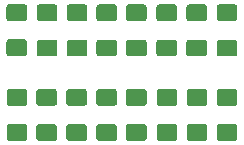
<source format=gbr>
G04 #@! TF.GenerationSoftware,KiCad,Pcbnew,(5.1.2-1)-1*
G04 #@! TF.CreationDate,2022-07-30T23:34:54+02:00*
G04 #@! TF.ProjectId,ElectronBreadBoard,456c6563-7472-46f6-9e42-72656164426f,rev?*
G04 #@! TF.SameCoordinates,Original*
G04 #@! TF.FileFunction,Paste,Bot*
G04 #@! TF.FilePolarity,Positive*
%FSLAX46Y46*%
G04 Gerber Fmt 4.6, Leading zero omitted, Abs format (unit mm)*
G04 Created by KiCad (PCBNEW (5.1.2-1)-1) date 2022-07-30 23:34:54*
%MOMM*%
%LPD*%
G04 APERTURE LIST*
%ADD10C,0.100000*%
%ADD11C,1.425000*%
G04 APERTURE END LIST*
D10*
G36*
X85069504Y-150201204D02*
G01*
X85093773Y-150204804D01*
X85117571Y-150210765D01*
X85140671Y-150219030D01*
X85162849Y-150229520D01*
X85183893Y-150242133D01*
X85203598Y-150256747D01*
X85221777Y-150273223D01*
X85238253Y-150291402D01*
X85252867Y-150311107D01*
X85265480Y-150332151D01*
X85275970Y-150354329D01*
X85284235Y-150377429D01*
X85290196Y-150401227D01*
X85293796Y-150425496D01*
X85295000Y-150450000D01*
X85295000Y-151375000D01*
X85293796Y-151399504D01*
X85290196Y-151423773D01*
X85284235Y-151447571D01*
X85275970Y-151470671D01*
X85265480Y-151492849D01*
X85252867Y-151513893D01*
X85238253Y-151533598D01*
X85221777Y-151551777D01*
X85203598Y-151568253D01*
X85183893Y-151582867D01*
X85162849Y-151595480D01*
X85140671Y-151605970D01*
X85117571Y-151614235D01*
X85093773Y-151620196D01*
X85069504Y-151623796D01*
X85045000Y-151625000D01*
X83795000Y-151625000D01*
X83770496Y-151623796D01*
X83746227Y-151620196D01*
X83722429Y-151614235D01*
X83699329Y-151605970D01*
X83677151Y-151595480D01*
X83656107Y-151582867D01*
X83636402Y-151568253D01*
X83618223Y-151551777D01*
X83601747Y-151533598D01*
X83587133Y-151513893D01*
X83574520Y-151492849D01*
X83564030Y-151470671D01*
X83555765Y-151447571D01*
X83549804Y-151423773D01*
X83546204Y-151399504D01*
X83545000Y-151375000D01*
X83545000Y-150450000D01*
X83546204Y-150425496D01*
X83549804Y-150401227D01*
X83555765Y-150377429D01*
X83564030Y-150354329D01*
X83574520Y-150332151D01*
X83587133Y-150311107D01*
X83601747Y-150291402D01*
X83618223Y-150273223D01*
X83636402Y-150256747D01*
X83656107Y-150242133D01*
X83677151Y-150229520D01*
X83699329Y-150219030D01*
X83722429Y-150210765D01*
X83746227Y-150204804D01*
X83770496Y-150201204D01*
X83795000Y-150200000D01*
X85045000Y-150200000D01*
X85069504Y-150201204D01*
X85069504Y-150201204D01*
G37*
D11*
X84420000Y-150912500D03*
D10*
G36*
X85069504Y-153176204D02*
G01*
X85093773Y-153179804D01*
X85117571Y-153185765D01*
X85140671Y-153194030D01*
X85162849Y-153204520D01*
X85183893Y-153217133D01*
X85203598Y-153231747D01*
X85221777Y-153248223D01*
X85238253Y-153266402D01*
X85252867Y-153286107D01*
X85265480Y-153307151D01*
X85275970Y-153329329D01*
X85284235Y-153352429D01*
X85290196Y-153376227D01*
X85293796Y-153400496D01*
X85295000Y-153425000D01*
X85295000Y-154350000D01*
X85293796Y-154374504D01*
X85290196Y-154398773D01*
X85284235Y-154422571D01*
X85275970Y-154445671D01*
X85265480Y-154467849D01*
X85252867Y-154488893D01*
X85238253Y-154508598D01*
X85221777Y-154526777D01*
X85203598Y-154543253D01*
X85183893Y-154557867D01*
X85162849Y-154570480D01*
X85140671Y-154580970D01*
X85117571Y-154589235D01*
X85093773Y-154595196D01*
X85069504Y-154598796D01*
X85045000Y-154600000D01*
X83795000Y-154600000D01*
X83770496Y-154598796D01*
X83746227Y-154595196D01*
X83722429Y-154589235D01*
X83699329Y-154580970D01*
X83677151Y-154570480D01*
X83656107Y-154557867D01*
X83636402Y-154543253D01*
X83618223Y-154526777D01*
X83601747Y-154508598D01*
X83587133Y-154488893D01*
X83574520Y-154467849D01*
X83564030Y-154445671D01*
X83555765Y-154422571D01*
X83549804Y-154398773D01*
X83546204Y-154374504D01*
X83545000Y-154350000D01*
X83545000Y-153425000D01*
X83546204Y-153400496D01*
X83549804Y-153376227D01*
X83555765Y-153352429D01*
X83564030Y-153329329D01*
X83574520Y-153307151D01*
X83587133Y-153286107D01*
X83601747Y-153266402D01*
X83618223Y-153248223D01*
X83636402Y-153231747D01*
X83656107Y-153217133D01*
X83677151Y-153204520D01*
X83699329Y-153194030D01*
X83722429Y-153185765D01*
X83746227Y-153179804D01*
X83770496Y-153176204D01*
X83795000Y-153175000D01*
X85045000Y-153175000D01*
X85069504Y-153176204D01*
X85069504Y-153176204D01*
G37*
D11*
X84420000Y-153887500D03*
D10*
G36*
X82529504Y-150201204D02*
G01*
X82553773Y-150204804D01*
X82577571Y-150210765D01*
X82600671Y-150219030D01*
X82622849Y-150229520D01*
X82643893Y-150242133D01*
X82663598Y-150256747D01*
X82681777Y-150273223D01*
X82698253Y-150291402D01*
X82712867Y-150311107D01*
X82725480Y-150332151D01*
X82735970Y-150354329D01*
X82744235Y-150377429D01*
X82750196Y-150401227D01*
X82753796Y-150425496D01*
X82755000Y-150450000D01*
X82755000Y-151375000D01*
X82753796Y-151399504D01*
X82750196Y-151423773D01*
X82744235Y-151447571D01*
X82735970Y-151470671D01*
X82725480Y-151492849D01*
X82712867Y-151513893D01*
X82698253Y-151533598D01*
X82681777Y-151551777D01*
X82663598Y-151568253D01*
X82643893Y-151582867D01*
X82622849Y-151595480D01*
X82600671Y-151605970D01*
X82577571Y-151614235D01*
X82553773Y-151620196D01*
X82529504Y-151623796D01*
X82505000Y-151625000D01*
X81255000Y-151625000D01*
X81230496Y-151623796D01*
X81206227Y-151620196D01*
X81182429Y-151614235D01*
X81159329Y-151605970D01*
X81137151Y-151595480D01*
X81116107Y-151582867D01*
X81096402Y-151568253D01*
X81078223Y-151551777D01*
X81061747Y-151533598D01*
X81047133Y-151513893D01*
X81034520Y-151492849D01*
X81024030Y-151470671D01*
X81015765Y-151447571D01*
X81009804Y-151423773D01*
X81006204Y-151399504D01*
X81005000Y-151375000D01*
X81005000Y-150450000D01*
X81006204Y-150425496D01*
X81009804Y-150401227D01*
X81015765Y-150377429D01*
X81024030Y-150354329D01*
X81034520Y-150332151D01*
X81047133Y-150311107D01*
X81061747Y-150291402D01*
X81078223Y-150273223D01*
X81096402Y-150256747D01*
X81116107Y-150242133D01*
X81137151Y-150229520D01*
X81159329Y-150219030D01*
X81182429Y-150210765D01*
X81206227Y-150204804D01*
X81230496Y-150201204D01*
X81255000Y-150200000D01*
X82505000Y-150200000D01*
X82529504Y-150201204D01*
X82529504Y-150201204D01*
G37*
D11*
X81880000Y-150912500D03*
D10*
G36*
X82529504Y-153176204D02*
G01*
X82553773Y-153179804D01*
X82577571Y-153185765D01*
X82600671Y-153194030D01*
X82622849Y-153204520D01*
X82643893Y-153217133D01*
X82663598Y-153231747D01*
X82681777Y-153248223D01*
X82698253Y-153266402D01*
X82712867Y-153286107D01*
X82725480Y-153307151D01*
X82735970Y-153329329D01*
X82744235Y-153352429D01*
X82750196Y-153376227D01*
X82753796Y-153400496D01*
X82755000Y-153425000D01*
X82755000Y-154350000D01*
X82753796Y-154374504D01*
X82750196Y-154398773D01*
X82744235Y-154422571D01*
X82735970Y-154445671D01*
X82725480Y-154467849D01*
X82712867Y-154488893D01*
X82698253Y-154508598D01*
X82681777Y-154526777D01*
X82663598Y-154543253D01*
X82643893Y-154557867D01*
X82622849Y-154570480D01*
X82600671Y-154580970D01*
X82577571Y-154589235D01*
X82553773Y-154595196D01*
X82529504Y-154598796D01*
X82505000Y-154600000D01*
X81255000Y-154600000D01*
X81230496Y-154598796D01*
X81206227Y-154595196D01*
X81182429Y-154589235D01*
X81159329Y-154580970D01*
X81137151Y-154570480D01*
X81116107Y-154557867D01*
X81096402Y-154543253D01*
X81078223Y-154526777D01*
X81061747Y-154508598D01*
X81047133Y-154488893D01*
X81034520Y-154467849D01*
X81024030Y-154445671D01*
X81015765Y-154422571D01*
X81009804Y-154398773D01*
X81006204Y-154374504D01*
X81005000Y-154350000D01*
X81005000Y-153425000D01*
X81006204Y-153400496D01*
X81009804Y-153376227D01*
X81015765Y-153352429D01*
X81024030Y-153329329D01*
X81034520Y-153307151D01*
X81047133Y-153286107D01*
X81061747Y-153266402D01*
X81078223Y-153248223D01*
X81096402Y-153231747D01*
X81116107Y-153217133D01*
X81137151Y-153204520D01*
X81159329Y-153194030D01*
X81182429Y-153185765D01*
X81206227Y-153179804D01*
X81230496Y-153176204D01*
X81255000Y-153175000D01*
X82505000Y-153175000D01*
X82529504Y-153176204D01*
X82529504Y-153176204D01*
G37*
D11*
X81880000Y-153887500D03*
D10*
G36*
X79989504Y-150201204D02*
G01*
X80013773Y-150204804D01*
X80037571Y-150210765D01*
X80060671Y-150219030D01*
X80082849Y-150229520D01*
X80103893Y-150242133D01*
X80123598Y-150256747D01*
X80141777Y-150273223D01*
X80158253Y-150291402D01*
X80172867Y-150311107D01*
X80185480Y-150332151D01*
X80195970Y-150354329D01*
X80204235Y-150377429D01*
X80210196Y-150401227D01*
X80213796Y-150425496D01*
X80215000Y-150450000D01*
X80215000Y-151375000D01*
X80213796Y-151399504D01*
X80210196Y-151423773D01*
X80204235Y-151447571D01*
X80195970Y-151470671D01*
X80185480Y-151492849D01*
X80172867Y-151513893D01*
X80158253Y-151533598D01*
X80141777Y-151551777D01*
X80123598Y-151568253D01*
X80103893Y-151582867D01*
X80082849Y-151595480D01*
X80060671Y-151605970D01*
X80037571Y-151614235D01*
X80013773Y-151620196D01*
X79989504Y-151623796D01*
X79965000Y-151625000D01*
X78715000Y-151625000D01*
X78690496Y-151623796D01*
X78666227Y-151620196D01*
X78642429Y-151614235D01*
X78619329Y-151605970D01*
X78597151Y-151595480D01*
X78576107Y-151582867D01*
X78556402Y-151568253D01*
X78538223Y-151551777D01*
X78521747Y-151533598D01*
X78507133Y-151513893D01*
X78494520Y-151492849D01*
X78484030Y-151470671D01*
X78475765Y-151447571D01*
X78469804Y-151423773D01*
X78466204Y-151399504D01*
X78465000Y-151375000D01*
X78465000Y-150450000D01*
X78466204Y-150425496D01*
X78469804Y-150401227D01*
X78475765Y-150377429D01*
X78484030Y-150354329D01*
X78494520Y-150332151D01*
X78507133Y-150311107D01*
X78521747Y-150291402D01*
X78538223Y-150273223D01*
X78556402Y-150256747D01*
X78576107Y-150242133D01*
X78597151Y-150229520D01*
X78619329Y-150219030D01*
X78642429Y-150210765D01*
X78666227Y-150204804D01*
X78690496Y-150201204D01*
X78715000Y-150200000D01*
X79965000Y-150200000D01*
X79989504Y-150201204D01*
X79989504Y-150201204D01*
G37*
D11*
X79340000Y-150912500D03*
D10*
G36*
X79989504Y-153176204D02*
G01*
X80013773Y-153179804D01*
X80037571Y-153185765D01*
X80060671Y-153194030D01*
X80082849Y-153204520D01*
X80103893Y-153217133D01*
X80123598Y-153231747D01*
X80141777Y-153248223D01*
X80158253Y-153266402D01*
X80172867Y-153286107D01*
X80185480Y-153307151D01*
X80195970Y-153329329D01*
X80204235Y-153352429D01*
X80210196Y-153376227D01*
X80213796Y-153400496D01*
X80215000Y-153425000D01*
X80215000Y-154350000D01*
X80213796Y-154374504D01*
X80210196Y-154398773D01*
X80204235Y-154422571D01*
X80195970Y-154445671D01*
X80185480Y-154467849D01*
X80172867Y-154488893D01*
X80158253Y-154508598D01*
X80141777Y-154526777D01*
X80123598Y-154543253D01*
X80103893Y-154557867D01*
X80082849Y-154570480D01*
X80060671Y-154580970D01*
X80037571Y-154589235D01*
X80013773Y-154595196D01*
X79989504Y-154598796D01*
X79965000Y-154600000D01*
X78715000Y-154600000D01*
X78690496Y-154598796D01*
X78666227Y-154595196D01*
X78642429Y-154589235D01*
X78619329Y-154580970D01*
X78597151Y-154570480D01*
X78576107Y-154557867D01*
X78556402Y-154543253D01*
X78538223Y-154526777D01*
X78521747Y-154508598D01*
X78507133Y-154488893D01*
X78494520Y-154467849D01*
X78484030Y-154445671D01*
X78475765Y-154422571D01*
X78469804Y-154398773D01*
X78466204Y-154374504D01*
X78465000Y-154350000D01*
X78465000Y-153425000D01*
X78466204Y-153400496D01*
X78469804Y-153376227D01*
X78475765Y-153352429D01*
X78484030Y-153329329D01*
X78494520Y-153307151D01*
X78507133Y-153286107D01*
X78521747Y-153266402D01*
X78538223Y-153248223D01*
X78556402Y-153231747D01*
X78576107Y-153217133D01*
X78597151Y-153204520D01*
X78619329Y-153194030D01*
X78642429Y-153185765D01*
X78666227Y-153179804D01*
X78690496Y-153176204D01*
X78715000Y-153175000D01*
X79965000Y-153175000D01*
X79989504Y-153176204D01*
X79989504Y-153176204D01*
G37*
D11*
X79340000Y-153887500D03*
D10*
G36*
X77389504Y-150201204D02*
G01*
X77413773Y-150204804D01*
X77437571Y-150210765D01*
X77460671Y-150219030D01*
X77482849Y-150229520D01*
X77503893Y-150242133D01*
X77523598Y-150256747D01*
X77541777Y-150273223D01*
X77558253Y-150291402D01*
X77572867Y-150311107D01*
X77585480Y-150332151D01*
X77595970Y-150354329D01*
X77604235Y-150377429D01*
X77610196Y-150401227D01*
X77613796Y-150425496D01*
X77615000Y-150450000D01*
X77615000Y-151375000D01*
X77613796Y-151399504D01*
X77610196Y-151423773D01*
X77604235Y-151447571D01*
X77595970Y-151470671D01*
X77585480Y-151492849D01*
X77572867Y-151513893D01*
X77558253Y-151533598D01*
X77541777Y-151551777D01*
X77523598Y-151568253D01*
X77503893Y-151582867D01*
X77482849Y-151595480D01*
X77460671Y-151605970D01*
X77437571Y-151614235D01*
X77413773Y-151620196D01*
X77389504Y-151623796D01*
X77365000Y-151625000D01*
X76115000Y-151625000D01*
X76090496Y-151623796D01*
X76066227Y-151620196D01*
X76042429Y-151614235D01*
X76019329Y-151605970D01*
X75997151Y-151595480D01*
X75976107Y-151582867D01*
X75956402Y-151568253D01*
X75938223Y-151551777D01*
X75921747Y-151533598D01*
X75907133Y-151513893D01*
X75894520Y-151492849D01*
X75884030Y-151470671D01*
X75875765Y-151447571D01*
X75869804Y-151423773D01*
X75866204Y-151399504D01*
X75865000Y-151375000D01*
X75865000Y-150450000D01*
X75866204Y-150425496D01*
X75869804Y-150401227D01*
X75875765Y-150377429D01*
X75884030Y-150354329D01*
X75894520Y-150332151D01*
X75907133Y-150311107D01*
X75921747Y-150291402D01*
X75938223Y-150273223D01*
X75956402Y-150256747D01*
X75976107Y-150242133D01*
X75997151Y-150229520D01*
X76019329Y-150219030D01*
X76042429Y-150210765D01*
X76066227Y-150204804D01*
X76090496Y-150201204D01*
X76115000Y-150200000D01*
X77365000Y-150200000D01*
X77389504Y-150201204D01*
X77389504Y-150201204D01*
G37*
D11*
X76740000Y-150912500D03*
D10*
G36*
X77389504Y-153176204D02*
G01*
X77413773Y-153179804D01*
X77437571Y-153185765D01*
X77460671Y-153194030D01*
X77482849Y-153204520D01*
X77503893Y-153217133D01*
X77523598Y-153231747D01*
X77541777Y-153248223D01*
X77558253Y-153266402D01*
X77572867Y-153286107D01*
X77585480Y-153307151D01*
X77595970Y-153329329D01*
X77604235Y-153352429D01*
X77610196Y-153376227D01*
X77613796Y-153400496D01*
X77615000Y-153425000D01*
X77615000Y-154350000D01*
X77613796Y-154374504D01*
X77610196Y-154398773D01*
X77604235Y-154422571D01*
X77595970Y-154445671D01*
X77585480Y-154467849D01*
X77572867Y-154488893D01*
X77558253Y-154508598D01*
X77541777Y-154526777D01*
X77523598Y-154543253D01*
X77503893Y-154557867D01*
X77482849Y-154570480D01*
X77460671Y-154580970D01*
X77437571Y-154589235D01*
X77413773Y-154595196D01*
X77389504Y-154598796D01*
X77365000Y-154600000D01*
X76115000Y-154600000D01*
X76090496Y-154598796D01*
X76066227Y-154595196D01*
X76042429Y-154589235D01*
X76019329Y-154580970D01*
X75997151Y-154570480D01*
X75976107Y-154557867D01*
X75956402Y-154543253D01*
X75938223Y-154526777D01*
X75921747Y-154508598D01*
X75907133Y-154488893D01*
X75894520Y-154467849D01*
X75884030Y-154445671D01*
X75875765Y-154422571D01*
X75869804Y-154398773D01*
X75866204Y-154374504D01*
X75865000Y-154350000D01*
X75865000Y-153425000D01*
X75866204Y-153400496D01*
X75869804Y-153376227D01*
X75875765Y-153352429D01*
X75884030Y-153329329D01*
X75894520Y-153307151D01*
X75907133Y-153286107D01*
X75921747Y-153266402D01*
X75938223Y-153248223D01*
X75956402Y-153231747D01*
X75976107Y-153217133D01*
X75997151Y-153204520D01*
X76019329Y-153194030D01*
X76042429Y-153185765D01*
X76066227Y-153179804D01*
X76090496Y-153176204D01*
X76115000Y-153175000D01*
X77365000Y-153175000D01*
X77389504Y-153176204D01*
X77389504Y-153176204D01*
G37*
D11*
X76740000Y-153887500D03*
D10*
G36*
X74879504Y-150201204D02*
G01*
X74903773Y-150204804D01*
X74927571Y-150210765D01*
X74950671Y-150219030D01*
X74972849Y-150229520D01*
X74993893Y-150242133D01*
X75013598Y-150256747D01*
X75031777Y-150273223D01*
X75048253Y-150291402D01*
X75062867Y-150311107D01*
X75075480Y-150332151D01*
X75085970Y-150354329D01*
X75094235Y-150377429D01*
X75100196Y-150401227D01*
X75103796Y-150425496D01*
X75105000Y-150450000D01*
X75105000Y-151375000D01*
X75103796Y-151399504D01*
X75100196Y-151423773D01*
X75094235Y-151447571D01*
X75085970Y-151470671D01*
X75075480Y-151492849D01*
X75062867Y-151513893D01*
X75048253Y-151533598D01*
X75031777Y-151551777D01*
X75013598Y-151568253D01*
X74993893Y-151582867D01*
X74972849Y-151595480D01*
X74950671Y-151605970D01*
X74927571Y-151614235D01*
X74903773Y-151620196D01*
X74879504Y-151623796D01*
X74855000Y-151625000D01*
X73605000Y-151625000D01*
X73580496Y-151623796D01*
X73556227Y-151620196D01*
X73532429Y-151614235D01*
X73509329Y-151605970D01*
X73487151Y-151595480D01*
X73466107Y-151582867D01*
X73446402Y-151568253D01*
X73428223Y-151551777D01*
X73411747Y-151533598D01*
X73397133Y-151513893D01*
X73384520Y-151492849D01*
X73374030Y-151470671D01*
X73365765Y-151447571D01*
X73359804Y-151423773D01*
X73356204Y-151399504D01*
X73355000Y-151375000D01*
X73355000Y-150450000D01*
X73356204Y-150425496D01*
X73359804Y-150401227D01*
X73365765Y-150377429D01*
X73374030Y-150354329D01*
X73384520Y-150332151D01*
X73397133Y-150311107D01*
X73411747Y-150291402D01*
X73428223Y-150273223D01*
X73446402Y-150256747D01*
X73466107Y-150242133D01*
X73487151Y-150229520D01*
X73509329Y-150219030D01*
X73532429Y-150210765D01*
X73556227Y-150204804D01*
X73580496Y-150201204D01*
X73605000Y-150200000D01*
X74855000Y-150200000D01*
X74879504Y-150201204D01*
X74879504Y-150201204D01*
G37*
D11*
X74230000Y-150912500D03*
D10*
G36*
X74879504Y-153176204D02*
G01*
X74903773Y-153179804D01*
X74927571Y-153185765D01*
X74950671Y-153194030D01*
X74972849Y-153204520D01*
X74993893Y-153217133D01*
X75013598Y-153231747D01*
X75031777Y-153248223D01*
X75048253Y-153266402D01*
X75062867Y-153286107D01*
X75075480Y-153307151D01*
X75085970Y-153329329D01*
X75094235Y-153352429D01*
X75100196Y-153376227D01*
X75103796Y-153400496D01*
X75105000Y-153425000D01*
X75105000Y-154350000D01*
X75103796Y-154374504D01*
X75100196Y-154398773D01*
X75094235Y-154422571D01*
X75085970Y-154445671D01*
X75075480Y-154467849D01*
X75062867Y-154488893D01*
X75048253Y-154508598D01*
X75031777Y-154526777D01*
X75013598Y-154543253D01*
X74993893Y-154557867D01*
X74972849Y-154570480D01*
X74950671Y-154580970D01*
X74927571Y-154589235D01*
X74903773Y-154595196D01*
X74879504Y-154598796D01*
X74855000Y-154600000D01*
X73605000Y-154600000D01*
X73580496Y-154598796D01*
X73556227Y-154595196D01*
X73532429Y-154589235D01*
X73509329Y-154580970D01*
X73487151Y-154570480D01*
X73466107Y-154557867D01*
X73446402Y-154543253D01*
X73428223Y-154526777D01*
X73411747Y-154508598D01*
X73397133Y-154488893D01*
X73384520Y-154467849D01*
X73374030Y-154445671D01*
X73365765Y-154422571D01*
X73359804Y-154398773D01*
X73356204Y-154374504D01*
X73355000Y-154350000D01*
X73355000Y-153425000D01*
X73356204Y-153400496D01*
X73359804Y-153376227D01*
X73365765Y-153352429D01*
X73374030Y-153329329D01*
X73384520Y-153307151D01*
X73397133Y-153286107D01*
X73411747Y-153266402D01*
X73428223Y-153248223D01*
X73446402Y-153231747D01*
X73466107Y-153217133D01*
X73487151Y-153204520D01*
X73509329Y-153194030D01*
X73532429Y-153185765D01*
X73556227Y-153179804D01*
X73580496Y-153176204D01*
X73605000Y-153175000D01*
X74855000Y-153175000D01*
X74879504Y-153176204D01*
X74879504Y-153176204D01*
G37*
D11*
X74230000Y-153887500D03*
D10*
G36*
X72339504Y-150201204D02*
G01*
X72363773Y-150204804D01*
X72387571Y-150210765D01*
X72410671Y-150219030D01*
X72432849Y-150229520D01*
X72453893Y-150242133D01*
X72473598Y-150256747D01*
X72491777Y-150273223D01*
X72508253Y-150291402D01*
X72522867Y-150311107D01*
X72535480Y-150332151D01*
X72545970Y-150354329D01*
X72554235Y-150377429D01*
X72560196Y-150401227D01*
X72563796Y-150425496D01*
X72565000Y-150450000D01*
X72565000Y-151375000D01*
X72563796Y-151399504D01*
X72560196Y-151423773D01*
X72554235Y-151447571D01*
X72545970Y-151470671D01*
X72535480Y-151492849D01*
X72522867Y-151513893D01*
X72508253Y-151533598D01*
X72491777Y-151551777D01*
X72473598Y-151568253D01*
X72453893Y-151582867D01*
X72432849Y-151595480D01*
X72410671Y-151605970D01*
X72387571Y-151614235D01*
X72363773Y-151620196D01*
X72339504Y-151623796D01*
X72315000Y-151625000D01*
X71065000Y-151625000D01*
X71040496Y-151623796D01*
X71016227Y-151620196D01*
X70992429Y-151614235D01*
X70969329Y-151605970D01*
X70947151Y-151595480D01*
X70926107Y-151582867D01*
X70906402Y-151568253D01*
X70888223Y-151551777D01*
X70871747Y-151533598D01*
X70857133Y-151513893D01*
X70844520Y-151492849D01*
X70834030Y-151470671D01*
X70825765Y-151447571D01*
X70819804Y-151423773D01*
X70816204Y-151399504D01*
X70815000Y-151375000D01*
X70815000Y-150450000D01*
X70816204Y-150425496D01*
X70819804Y-150401227D01*
X70825765Y-150377429D01*
X70834030Y-150354329D01*
X70844520Y-150332151D01*
X70857133Y-150311107D01*
X70871747Y-150291402D01*
X70888223Y-150273223D01*
X70906402Y-150256747D01*
X70926107Y-150242133D01*
X70947151Y-150229520D01*
X70969329Y-150219030D01*
X70992429Y-150210765D01*
X71016227Y-150204804D01*
X71040496Y-150201204D01*
X71065000Y-150200000D01*
X72315000Y-150200000D01*
X72339504Y-150201204D01*
X72339504Y-150201204D01*
G37*
D11*
X71690000Y-150912500D03*
D10*
G36*
X72339504Y-153176204D02*
G01*
X72363773Y-153179804D01*
X72387571Y-153185765D01*
X72410671Y-153194030D01*
X72432849Y-153204520D01*
X72453893Y-153217133D01*
X72473598Y-153231747D01*
X72491777Y-153248223D01*
X72508253Y-153266402D01*
X72522867Y-153286107D01*
X72535480Y-153307151D01*
X72545970Y-153329329D01*
X72554235Y-153352429D01*
X72560196Y-153376227D01*
X72563796Y-153400496D01*
X72565000Y-153425000D01*
X72565000Y-154350000D01*
X72563796Y-154374504D01*
X72560196Y-154398773D01*
X72554235Y-154422571D01*
X72545970Y-154445671D01*
X72535480Y-154467849D01*
X72522867Y-154488893D01*
X72508253Y-154508598D01*
X72491777Y-154526777D01*
X72473598Y-154543253D01*
X72453893Y-154557867D01*
X72432849Y-154570480D01*
X72410671Y-154580970D01*
X72387571Y-154589235D01*
X72363773Y-154595196D01*
X72339504Y-154598796D01*
X72315000Y-154600000D01*
X71065000Y-154600000D01*
X71040496Y-154598796D01*
X71016227Y-154595196D01*
X70992429Y-154589235D01*
X70969329Y-154580970D01*
X70947151Y-154570480D01*
X70926107Y-154557867D01*
X70906402Y-154543253D01*
X70888223Y-154526777D01*
X70871747Y-154508598D01*
X70857133Y-154488893D01*
X70844520Y-154467849D01*
X70834030Y-154445671D01*
X70825765Y-154422571D01*
X70819804Y-154398773D01*
X70816204Y-154374504D01*
X70815000Y-154350000D01*
X70815000Y-153425000D01*
X70816204Y-153400496D01*
X70819804Y-153376227D01*
X70825765Y-153352429D01*
X70834030Y-153329329D01*
X70844520Y-153307151D01*
X70857133Y-153286107D01*
X70871747Y-153266402D01*
X70888223Y-153248223D01*
X70906402Y-153231747D01*
X70926107Y-153217133D01*
X70947151Y-153204520D01*
X70969329Y-153194030D01*
X70992429Y-153185765D01*
X71016227Y-153179804D01*
X71040496Y-153176204D01*
X71065000Y-153175000D01*
X72315000Y-153175000D01*
X72339504Y-153176204D01*
X72339504Y-153176204D01*
G37*
D11*
X71690000Y-153887500D03*
D10*
G36*
X69799504Y-150201204D02*
G01*
X69823773Y-150204804D01*
X69847571Y-150210765D01*
X69870671Y-150219030D01*
X69892849Y-150229520D01*
X69913893Y-150242133D01*
X69933598Y-150256747D01*
X69951777Y-150273223D01*
X69968253Y-150291402D01*
X69982867Y-150311107D01*
X69995480Y-150332151D01*
X70005970Y-150354329D01*
X70014235Y-150377429D01*
X70020196Y-150401227D01*
X70023796Y-150425496D01*
X70025000Y-150450000D01*
X70025000Y-151375000D01*
X70023796Y-151399504D01*
X70020196Y-151423773D01*
X70014235Y-151447571D01*
X70005970Y-151470671D01*
X69995480Y-151492849D01*
X69982867Y-151513893D01*
X69968253Y-151533598D01*
X69951777Y-151551777D01*
X69933598Y-151568253D01*
X69913893Y-151582867D01*
X69892849Y-151595480D01*
X69870671Y-151605970D01*
X69847571Y-151614235D01*
X69823773Y-151620196D01*
X69799504Y-151623796D01*
X69775000Y-151625000D01*
X68525000Y-151625000D01*
X68500496Y-151623796D01*
X68476227Y-151620196D01*
X68452429Y-151614235D01*
X68429329Y-151605970D01*
X68407151Y-151595480D01*
X68386107Y-151582867D01*
X68366402Y-151568253D01*
X68348223Y-151551777D01*
X68331747Y-151533598D01*
X68317133Y-151513893D01*
X68304520Y-151492849D01*
X68294030Y-151470671D01*
X68285765Y-151447571D01*
X68279804Y-151423773D01*
X68276204Y-151399504D01*
X68275000Y-151375000D01*
X68275000Y-150450000D01*
X68276204Y-150425496D01*
X68279804Y-150401227D01*
X68285765Y-150377429D01*
X68294030Y-150354329D01*
X68304520Y-150332151D01*
X68317133Y-150311107D01*
X68331747Y-150291402D01*
X68348223Y-150273223D01*
X68366402Y-150256747D01*
X68386107Y-150242133D01*
X68407151Y-150229520D01*
X68429329Y-150219030D01*
X68452429Y-150210765D01*
X68476227Y-150204804D01*
X68500496Y-150201204D01*
X68525000Y-150200000D01*
X69775000Y-150200000D01*
X69799504Y-150201204D01*
X69799504Y-150201204D01*
G37*
D11*
X69150000Y-150912500D03*
D10*
G36*
X69799504Y-153176204D02*
G01*
X69823773Y-153179804D01*
X69847571Y-153185765D01*
X69870671Y-153194030D01*
X69892849Y-153204520D01*
X69913893Y-153217133D01*
X69933598Y-153231747D01*
X69951777Y-153248223D01*
X69968253Y-153266402D01*
X69982867Y-153286107D01*
X69995480Y-153307151D01*
X70005970Y-153329329D01*
X70014235Y-153352429D01*
X70020196Y-153376227D01*
X70023796Y-153400496D01*
X70025000Y-153425000D01*
X70025000Y-154350000D01*
X70023796Y-154374504D01*
X70020196Y-154398773D01*
X70014235Y-154422571D01*
X70005970Y-154445671D01*
X69995480Y-154467849D01*
X69982867Y-154488893D01*
X69968253Y-154508598D01*
X69951777Y-154526777D01*
X69933598Y-154543253D01*
X69913893Y-154557867D01*
X69892849Y-154570480D01*
X69870671Y-154580970D01*
X69847571Y-154589235D01*
X69823773Y-154595196D01*
X69799504Y-154598796D01*
X69775000Y-154600000D01*
X68525000Y-154600000D01*
X68500496Y-154598796D01*
X68476227Y-154595196D01*
X68452429Y-154589235D01*
X68429329Y-154580970D01*
X68407151Y-154570480D01*
X68386107Y-154557867D01*
X68366402Y-154543253D01*
X68348223Y-154526777D01*
X68331747Y-154508598D01*
X68317133Y-154488893D01*
X68304520Y-154467849D01*
X68294030Y-154445671D01*
X68285765Y-154422571D01*
X68279804Y-154398773D01*
X68276204Y-154374504D01*
X68275000Y-154350000D01*
X68275000Y-153425000D01*
X68276204Y-153400496D01*
X68279804Y-153376227D01*
X68285765Y-153352429D01*
X68294030Y-153329329D01*
X68304520Y-153307151D01*
X68317133Y-153286107D01*
X68331747Y-153266402D01*
X68348223Y-153248223D01*
X68366402Y-153231747D01*
X68386107Y-153217133D01*
X68407151Y-153204520D01*
X68429329Y-153194030D01*
X68452429Y-153185765D01*
X68476227Y-153179804D01*
X68500496Y-153176204D01*
X68525000Y-153175000D01*
X69775000Y-153175000D01*
X69799504Y-153176204D01*
X69799504Y-153176204D01*
G37*
D11*
X69150000Y-153887500D03*
D10*
G36*
X67299504Y-150201204D02*
G01*
X67323773Y-150204804D01*
X67347571Y-150210765D01*
X67370671Y-150219030D01*
X67392849Y-150229520D01*
X67413893Y-150242133D01*
X67433598Y-150256747D01*
X67451777Y-150273223D01*
X67468253Y-150291402D01*
X67482867Y-150311107D01*
X67495480Y-150332151D01*
X67505970Y-150354329D01*
X67514235Y-150377429D01*
X67520196Y-150401227D01*
X67523796Y-150425496D01*
X67525000Y-150450000D01*
X67525000Y-151375000D01*
X67523796Y-151399504D01*
X67520196Y-151423773D01*
X67514235Y-151447571D01*
X67505970Y-151470671D01*
X67495480Y-151492849D01*
X67482867Y-151513893D01*
X67468253Y-151533598D01*
X67451777Y-151551777D01*
X67433598Y-151568253D01*
X67413893Y-151582867D01*
X67392849Y-151595480D01*
X67370671Y-151605970D01*
X67347571Y-151614235D01*
X67323773Y-151620196D01*
X67299504Y-151623796D01*
X67275000Y-151625000D01*
X66025000Y-151625000D01*
X66000496Y-151623796D01*
X65976227Y-151620196D01*
X65952429Y-151614235D01*
X65929329Y-151605970D01*
X65907151Y-151595480D01*
X65886107Y-151582867D01*
X65866402Y-151568253D01*
X65848223Y-151551777D01*
X65831747Y-151533598D01*
X65817133Y-151513893D01*
X65804520Y-151492849D01*
X65794030Y-151470671D01*
X65785765Y-151447571D01*
X65779804Y-151423773D01*
X65776204Y-151399504D01*
X65775000Y-151375000D01*
X65775000Y-150450000D01*
X65776204Y-150425496D01*
X65779804Y-150401227D01*
X65785765Y-150377429D01*
X65794030Y-150354329D01*
X65804520Y-150332151D01*
X65817133Y-150311107D01*
X65831747Y-150291402D01*
X65848223Y-150273223D01*
X65866402Y-150256747D01*
X65886107Y-150242133D01*
X65907151Y-150229520D01*
X65929329Y-150219030D01*
X65952429Y-150210765D01*
X65976227Y-150204804D01*
X66000496Y-150201204D01*
X66025000Y-150200000D01*
X67275000Y-150200000D01*
X67299504Y-150201204D01*
X67299504Y-150201204D01*
G37*
D11*
X66650000Y-150912500D03*
D10*
G36*
X67299504Y-153176204D02*
G01*
X67323773Y-153179804D01*
X67347571Y-153185765D01*
X67370671Y-153194030D01*
X67392849Y-153204520D01*
X67413893Y-153217133D01*
X67433598Y-153231747D01*
X67451777Y-153248223D01*
X67468253Y-153266402D01*
X67482867Y-153286107D01*
X67495480Y-153307151D01*
X67505970Y-153329329D01*
X67514235Y-153352429D01*
X67520196Y-153376227D01*
X67523796Y-153400496D01*
X67525000Y-153425000D01*
X67525000Y-154350000D01*
X67523796Y-154374504D01*
X67520196Y-154398773D01*
X67514235Y-154422571D01*
X67505970Y-154445671D01*
X67495480Y-154467849D01*
X67482867Y-154488893D01*
X67468253Y-154508598D01*
X67451777Y-154526777D01*
X67433598Y-154543253D01*
X67413893Y-154557867D01*
X67392849Y-154570480D01*
X67370671Y-154580970D01*
X67347571Y-154589235D01*
X67323773Y-154595196D01*
X67299504Y-154598796D01*
X67275000Y-154600000D01*
X66025000Y-154600000D01*
X66000496Y-154598796D01*
X65976227Y-154595196D01*
X65952429Y-154589235D01*
X65929329Y-154580970D01*
X65907151Y-154570480D01*
X65886107Y-154557867D01*
X65866402Y-154543253D01*
X65848223Y-154526777D01*
X65831747Y-154508598D01*
X65817133Y-154488893D01*
X65804520Y-154467849D01*
X65794030Y-154445671D01*
X65785765Y-154422571D01*
X65779804Y-154398773D01*
X65776204Y-154374504D01*
X65775000Y-154350000D01*
X65775000Y-153425000D01*
X65776204Y-153400496D01*
X65779804Y-153376227D01*
X65785765Y-153352429D01*
X65794030Y-153329329D01*
X65804520Y-153307151D01*
X65817133Y-153286107D01*
X65831747Y-153266402D01*
X65848223Y-153248223D01*
X65866402Y-153231747D01*
X65886107Y-153217133D01*
X65907151Y-153204520D01*
X65929329Y-153194030D01*
X65952429Y-153185765D01*
X65976227Y-153179804D01*
X66000496Y-153176204D01*
X66025000Y-153175000D01*
X67275000Y-153175000D01*
X67299504Y-153176204D01*
X67299504Y-153176204D01*
G37*
D11*
X66650000Y-153887500D03*
D10*
G36*
X85069504Y-146016204D02*
G01*
X85093773Y-146019804D01*
X85117571Y-146025765D01*
X85140671Y-146034030D01*
X85162849Y-146044520D01*
X85183893Y-146057133D01*
X85203598Y-146071747D01*
X85221777Y-146088223D01*
X85238253Y-146106402D01*
X85252867Y-146126107D01*
X85265480Y-146147151D01*
X85275970Y-146169329D01*
X85284235Y-146192429D01*
X85290196Y-146216227D01*
X85293796Y-146240496D01*
X85295000Y-146265000D01*
X85295000Y-147190000D01*
X85293796Y-147214504D01*
X85290196Y-147238773D01*
X85284235Y-147262571D01*
X85275970Y-147285671D01*
X85265480Y-147307849D01*
X85252867Y-147328893D01*
X85238253Y-147348598D01*
X85221777Y-147366777D01*
X85203598Y-147383253D01*
X85183893Y-147397867D01*
X85162849Y-147410480D01*
X85140671Y-147420970D01*
X85117571Y-147429235D01*
X85093773Y-147435196D01*
X85069504Y-147438796D01*
X85045000Y-147440000D01*
X83795000Y-147440000D01*
X83770496Y-147438796D01*
X83746227Y-147435196D01*
X83722429Y-147429235D01*
X83699329Y-147420970D01*
X83677151Y-147410480D01*
X83656107Y-147397867D01*
X83636402Y-147383253D01*
X83618223Y-147366777D01*
X83601747Y-147348598D01*
X83587133Y-147328893D01*
X83574520Y-147307849D01*
X83564030Y-147285671D01*
X83555765Y-147262571D01*
X83549804Y-147238773D01*
X83546204Y-147214504D01*
X83545000Y-147190000D01*
X83545000Y-146265000D01*
X83546204Y-146240496D01*
X83549804Y-146216227D01*
X83555765Y-146192429D01*
X83564030Y-146169329D01*
X83574520Y-146147151D01*
X83587133Y-146126107D01*
X83601747Y-146106402D01*
X83618223Y-146088223D01*
X83636402Y-146071747D01*
X83656107Y-146057133D01*
X83677151Y-146044520D01*
X83699329Y-146034030D01*
X83722429Y-146025765D01*
X83746227Y-146019804D01*
X83770496Y-146016204D01*
X83795000Y-146015000D01*
X85045000Y-146015000D01*
X85069504Y-146016204D01*
X85069504Y-146016204D01*
G37*
D11*
X84420000Y-146727500D03*
D10*
G36*
X85069504Y-143041204D02*
G01*
X85093773Y-143044804D01*
X85117571Y-143050765D01*
X85140671Y-143059030D01*
X85162849Y-143069520D01*
X85183893Y-143082133D01*
X85203598Y-143096747D01*
X85221777Y-143113223D01*
X85238253Y-143131402D01*
X85252867Y-143151107D01*
X85265480Y-143172151D01*
X85275970Y-143194329D01*
X85284235Y-143217429D01*
X85290196Y-143241227D01*
X85293796Y-143265496D01*
X85295000Y-143290000D01*
X85295000Y-144215000D01*
X85293796Y-144239504D01*
X85290196Y-144263773D01*
X85284235Y-144287571D01*
X85275970Y-144310671D01*
X85265480Y-144332849D01*
X85252867Y-144353893D01*
X85238253Y-144373598D01*
X85221777Y-144391777D01*
X85203598Y-144408253D01*
X85183893Y-144422867D01*
X85162849Y-144435480D01*
X85140671Y-144445970D01*
X85117571Y-144454235D01*
X85093773Y-144460196D01*
X85069504Y-144463796D01*
X85045000Y-144465000D01*
X83795000Y-144465000D01*
X83770496Y-144463796D01*
X83746227Y-144460196D01*
X83722429Y-144454235D01*
X83699329Y-144445970D01*
X83677151Y-144435480D01*
X83656107Y-144422867D01*
X83636402Y-144408253D01*
X83618223Y-144391777D01*
X83601747Y-144373598D01*
X83587133Y-144353893D01*
X83574520Y-144332849D01*
X83564030Y-144310671D01*
X83555765Y-144287571D01*
X83549804Y-144263773D01*
X83546204Y-144239504D01*
X83545000Y-144215000D01*
X83545000Y-143290000D01*
X83546204Y-143265496D01*
X83549804Y-143241227D01*
X83555765Y-143217429D01*
X83564030Y-143194329D01*
X83574520Y-143172151D01*
X83587133Y-143151107D01*
X83601747Y-143131402D01*
X83618223Y-143113223D01*
X83636402Y-143096747D01*
X83656107Y-143082133D01*
X83677151Y-143069520D01*
X83699329Y-143059030D01*
X83722429Y-143050765D01*
X83746227Y-143044804D01*
X83770496Y-143041204D01*
X83795000Y-143040000D01*
X85045000Y-143040000D01*
X85069504Y-143041204D01*
X85069504Y-143041204D01*
G37*
D11*
X84420000Y-143752500D03*
D10*
G36*
X82499504Y-146016204D02*
G01*
X82523773Y-146019804D01*
X82547571Y-146025765D01*
X82570671Y-146034030D01*
X82592849Y-146044520D01*
X82613893Y-146057133D01*
X82633598Y-146071747D01*
X82651777Y-146088223D01*
X82668253Y-146106402D01*
X82682867Y-146126107D01*
X82695480Y-146147151D01*
X82705970Y-146169329D01*
X82714235Y-146192429D01*
X82720196Y-146216227D01*
X82723796Y-146240496D01*
X82725000Y-146265000D01*
X82725000Y-147190000D01*
X82723796Y-147214504D01*
X82720196Y-147238773D01*
X82714235Y-147262571D01*
X82705970Y-147285671D01*
X82695480Y-147307849D01*
X82682867Y-147328893D01*
X82668253Y-147348598D01*
X82651777Y-147366777D01*
X82633598Y-147383253D01*
X82613893Y-147397867D01*
X82592849Y-147410480D01*
X82570671Y-147420970D01*
X82547571Y-147429235D01*
X82523773Y-147435196D01*
X82499504Y-147438796D01*
X82475000Y-147440000D01*
X81225000Y-147440000D01*
X81200496Y-147438796D01*
X81176227Y-147435196D01*
X81152429Y-147429235D01*
X81129329Y-147420970D01*
X81107151Y-147410480D01*
X81086107Y-147397867D01*
X81066402Y-147383253D01*
X81048223Y-147366777D01*
X81031747Y-147348598D01*
X81017133Y-147328893D01*
X81004520Y-147307849D01*
X80994030Y-147285671D01*
X80985765Y-147262571D01*
X80979804Y-147238773D01*
X80976204Y-147214504D01*
X80975000Y-147190000D01*
X80975000Y-146265000D01*
X80976204Y-146240496D01*
X80979804Y-146216227D01*
X80985765Y-146192429D01*
X80994030Y-146169329D01*
X81004520Y-146147151D01*
X81017133Y-146126107D01*
X81031747Y-146106402D01*
X81048223Y-146088223D01*
X81066402Y-146071747D01*
X81086107Y-146057133D01*
X81107151Y-146044520D01*
X81129329Y-146034030D01*
X81152429Y-146025765D01*
X81176227Y-146019804D01*
X81200496Y-146016204D01*
X81225000Y-146015000D01*
X82475000Y-146015000D01*
X82499504Y-146016204D01*
X82499504Y-146016204D01*
G37*
D11*
X81850000Y-146727500D03*
D10*
G36*
X82499504Y-143041204D02*
G01*
X82523773Y-143044804D01*
X82547571Y-143050765D01*
X82570671Y-143059030D01*
X82592849Y-143069520D01*
X82613893Y-143082133D01*
X82633598Y-143096747D01*
X82651777Y-143113223D01*
X82668253Y-143131402D01*
X82682867Y-143151107D01*
X82695480Y-143172151D01*
X82705970Y-143194329D01*
X82714235Y-143217429D01*
X82720196Y-143241227D01*
X82723796Y-143265496D01*
X82725000Y-143290000D01*
X82725000Y-144215000D01*
X82723796Y-144239504D01*
X82720196Y-144263773D01*
X82714235Y-144287571D01*
X82705970Y-144310671D01*
X82695480Y-144332849D01*
X82682867Y-144353893D01*
X82668253Y-144373598D01*
X82651777Y-144391777D01*
X82633598Y-144408253D01*
X82613893Y-144422867D01*
X82592849Y-144435480D01*
X82570671Y-144445970D01*
X82547571Y-144454235D01*
X82523773Y-144460196D01*
X82499504Y-144463796D01*
X82475000Y-144465000D01*
X81225000Y-144465000D01*
X81200496Y-144463796D01*
X81176227Y-144460196D01*
X81152429Y-144454235D01*
X81129329Y-144445970D01*
X81107151Y-144435480D01*
X81086107Y-144422867D01*
X81066402Y-144408253D01*
X81048223Y-144391777D01*
X81031747Y-144373598D01*
X81017133Y-144353893D01*
X81004520Y-144332849D01*
X80994030Y-144310671D01*
X80985765Y-144287571D01*
X80979804Y-144263773D01*
X80976204Y-144239504D01*
X80975000Y-144215000D01*
X80975000Y-143290000D01*
X80976204Y-143265496D01*
X80979804Y-143241227D01*
X80985765Y-143217429D01*
X80994030Y-143194329D01*
X81004520Y-143172151D01*
X81017133Y-143151107D01*
X81031747Y-143131402D01*
X81048223Y-143113223D01*
X81066402Y-143096747D01*
X81086107Y-143082133D01*
X81107151Y-143069520D01*
X81129329Y-143059030D01*
X81152429Y-143050765D01*
X81176227Y-143044804D01*
X81200496Y-143041204D01*
X81225000Y-143040000D01*
X82475000Y-143040000D01*
X82499504Y-143041204D01*
X82499504Y-143041204D01*
G37*
D11*
X81850000Y-143752500D03*
D10*
G36*
X79969504Y-146016204D02*
G01*
X79993773Y-146019804D01*
X80017571Y-146025765D01*
X80040671Y-146034030D01*
X80062849Y-146044520D01*
X80083893Y-146057133D01*
X80103598Y-146071747D01*
X80121777Y-146088223D01*
X80138253Y-146106402D01*
X80152867Y-146126107D01*
X80165480Y-146147151D01*
X80175970Y-146169329D01*
X80184235Y-146192429D01*
X80190196Y-146216227D01*
X80193796Y-146240496D01*
X80195000Y-146265000D01*
X80195000Y-147190000D01*
X80193796Y-147214504D01*
X80190196Y-147238773D01*
X80184235Y-147262571D01*
X80175970Y-147285671D01*
X80165480Y-147307849D01*
X80152867Y-147328893D01*
X80138253Y-147348598D01*
X80121777Y-147366777D01*
X80103598Y-147383253D01*
X80083893Y-147397867D01*
X80062849Y-147410480D01*
X80040671Y-147420970D01*
X80017571Y-147429235D01*
X79993773Y-147435196D01*
X79969504Y-147438796D01*
X79945000Y-147440000D01*
X78695000Y-147440000D01*
X78670496Y-147438796D01*
X78646227Y-147435196D01*
X78622429Y-147429235D01*
X78599329Y-147420970D01*
X78577151Y-147410480D01*
X78556107Y-147397867D01*
X78536402Y-147383253D01*
X78518223Y-147366777D01*
X78501747Y-147348598D01*
X78487133Y-147328893D01*
X78474520Y-147307849D01*
X78464030Y-147285671D01*
X78455765Y-147262571D01*
X78449804Y-147238773D01*
X78446204Y-147214504D01*
X78445000Y-147190000D01*
X78445000Y-146265000D01*
X78446204Y-146240496D01*
X78449804Y-146216227D01*
X78455765Y-146192429D01*
X78464030Y-146169329D01*
X78474520Y-146147151D01*
X78487133Y-146126107D01*
X78501747Y-146106402D01*
X78518223Y-146088223D01*
X78536402Y-146071747D01*
X78556107Y-146057133D01*
X78577151Y-146044520D01*
X78599329Y-146034030D01*
X78622429Y-146025765D01*
X78646227Y-146019804D01*
X78670496Y-146016204D01*
X78695000Y-146015000D01*
X79945000Y-146015000D01*
X79969504Y-146016204D01*
X79969504Y-146016204D01*
G37*
D11*
X79320000Y-146727500D03*
D10*
G36*
X79969504Y-143041204D02*
G01*
X79993773Y-143044804D01*
X80017571Y-143050765D01*
X80040671Y-143059030D01*
X80062849Y-143069520D01*
X80083893Y-143082133D01*
X80103598Y-143096747D01*
X80121777Y-143113223D01*
X80138253Y-143131402D01*
X80152867Y-143151107D01*
X80165480Y-143172151D01*
X80175970Y-143194329D01*
X80184235Y-143217429D01*
X80190196Y-143241227D01*
X80193796Y-143265496D01*
X80195000Y-143290000D01*
X80195000Y-144215000D01*
X80193796Y-144239504D01*
X80190196Y-144263773D01*
X80184235Y-144287571D01*
X80175970Y-144310671D01*
X80165480Y-144332849D01*
X80152867Y-144353893D01*
X80138253Y-144373598D01*
X80121777Y-144391777D01*
X80103598Y-144408253D01*
X80083893Y-144422867D01*
X80062849Y-144435480D01*
X80040671Y-144445970D01*
X80017571Y-144454235D01*
X79993773Y-144460196D01*
X79969504Y-144463796D01*
X79945000Y-144465000D01*
X78695000Y-144465000D01*
X78670496Y-144463796D01*
X78646227Y-144460196D01*
X78622429Y-144454235D01*
X78599329Y-144445970D01*
X78577151Y-144435480D01*
X78556107Y-144422867D01*
X78536402Y-144408253D01*
X78518223Y-144391777D01*
X78501747Y-144373598D01*
X78487133Y-144353893D01*
X78474520Y-144332849D01*
X78464030Y-144310671D01*
X78455765Y-144287571D01*
X78449804Y-144263773D01*
X78446204Y-144239504D01*
X78445000Y-144215000D01*
X78445000Y-143290000D01*
X78446204Y-143265496D01*
X78449804Y-143241227D01*
X78455765Y-143217429D01*
X78464030Y-143194329D01*
X78474520Y-143172151D01*
X78487133Y-143151107D01*
X78501747Y-143131402D01*
X78518223Y-143113223D01*
X78536402Y-143096747D01*
X78556107Y-143082133D01*
X78577151Y-143069520D01*
X78599329Y-143059030D01*
X78622429Y-143050765D01*
X78646227Y-143044804D01*
X78670496Y-143041204D01*
X78695000Y-143040000D01*
X79945000Y-143040000D01*
X79969504Y-143041204D01*
X79969504Y-143041204D01*
G37*
D11*
X79320000Y-143752500D03*
D10*
G36*
X77399504Y-146016204D02*
G01*
X77423773Y-146019804D01*
X77447571Y-146025765D01*
X77470671Y-146034030D01*
X77492849Y-146044520D01*
X77513893Y-146057133D01*
X77533598Y-146071747D01*
X77551777Y-146088223D01*
X77568253Y-146106402D01*
X77582867Y-146126107D01*
X77595480Y-146147151D01*
X77605970Y-146169329D01*
X77614235Y-146192429D01*
X77620196Y-146216227D01*
X77623796Y-146240496D01*
X77625000Y-146265000D01*
X77625000Y-147190000D01*
X77623796Y-147214504D01*
X77620196Y-147238773D01*
X77614235Y-147262571D01*
X77605970Y-147285671D01*
X77595480Y-147307849D01*
X77582867Y-147328893D01*
X77568253Y-147348598D01*
X77551777Y-147366777D01*
X77533598Y-147383253D01*
X77513893Y-147397867D01*
X77492849Y-147410480D01*
X77470671Y-147420970D01*
X77447571Y-147429235D01*
X77423773Y-147435196D01*
X77399504Y-147438796D01*
X77375000Y-147440000D01*
X76125000Y-147440000D01*
X76100496Y-147438796D01*
X76076227Y-147435196D01*
X76052429Y-147429235D01*
X76029329Y-147420970D01*
X76007151Y-147410480D01*
X75986107Y-147397867D01*
X75966402Y-147383253D01*
X75948223Y-147366777D01*
X75931747Y-147348598D01*
X75917133Y-147328893D01*
X75904520Y-147307849D01*
X75894030Y-147285671D01*
X75885765Y-147262571D01*
X75879804Y-147238773D01*
X75876204Y-147214504D01*
X75875000Y-147190000D01*
X75875000Y-146265000D01*
X75876204Y-146240496D01*
X75879804Y-146216227D01*
X75885765Y-146192429D01*
X75894030Y-146169329D01*
X75904520Y-146147151D01*
X75917133Y-146126107D01*
X75931747Y-146106402D01*
X75948223Y-146088223D01*
X75966402Y-146071747D01*
X75986107Y-146057133D01*
X76007151Y-146044520D01*
X76029329Y-146034030D01*
X76052429Y-146025765D01*
X76076227Y-146019804D01*
X76100496Y-146016204D01*
X76125000Y-146015000D01*
X77375000Y-146015000D01*
X77399504Y-146016204D01*
X77399504Y-146016204D01*
G37*
D11*
X76750000Y-146727500D03*
D10*
G36*
X77399504Y-143041204D02*
G01*
X77423773Y-143044804D01*
X77447571Y-143050765D01*
X77470671Y-143059030D01*
X77492849Y-143069520D01*
X77513893Y-143082133D01*
X77533598Y-143096747D01*
X77551777Y-143113223D01*
X77568253Y-143131402D01*
X77582867Y-143151107D01*
X77595480Y-143172151D01*
X77605970Y-143194329D01*
X77614235Y-143217429D01*
X77620196Y-143241227D01*
X77623796Y-143265496D01*
X77625000Y-143290000D01*
X77625000Y-144215000D01*
X77623796Y-144239504D01*
X77620196Y-144263773D01*
X77614235Y-144287571D01*
X77605970Y-144310671D01*
X77595480Y-144332849D01*
X77582867Y-144353893D01*
X77568253Y-144373598D01*
X77551777Y-144391777D01*
X77533598Y-144408253D01*
X77513893Y-144422867D01*
X77492849Y-144435480D01*
X77470671Y-144445970D01*
X77447571Y-144454235D01*
X77423773Y-144460196D01*
X77399504Y-144463796D01*
X77375000Y-144465000D01*
X76125000Y-144465000D01*
X76100496Y-144463796D01*
X76076227Y-144460196D01*
X76052429Y-144454235D01*
X76029329Y-144445970D01*
X76007151Y-144435480D01*
X75986107Y-144422867D01*
X75966402Y-144408253D01*
X75948223Y-144391777D01*
X75931747Y-144373598D01*
X75917133Y-144353893D01*
X75904520Y-144332849D01*
X75894030Y-144310671D01*
X75885765Y-144287571D01*
X75879804Y-144263773D01*
X75876204Y-144239504D01*
X75875000Y-144215000D01*
X75875000Y-143290000D01*
X75876204Y-143265496D01*
X75879804Y-143241227D01*
X75885765Y-143217429D01*
X75894030Y-143194329D01*
X75904520Y-143172151D01*
X75917133Y-143151107D01*
X75931747Y-143131402D01*
X75948223Y-143113223D01*
X75966402Y-143096747D01*
X75986107Y-143082133D01*
X76007151Y-143069520D01*
X76029329Y-143059030D01*
X76052429Y-143050765D01*
X76076227Y-143044804D01*
X76100496Y-143041204D01*
X76125000Y-143040000D01*
X77375000Y-143040000D01*
X77399504Y-143041204D01*
X77399504Y-143041204D01*
G37*
D11*
X76750000Y-143752500D03*
D10*
G36*
X74889504Y-146016204D02*
G01*
X74913773Y-146019804D01*
X74937571Y-146025765D01*
X74960671Y-146034030D01*
X74982849Y-146044520D01*
X75003893Y-146057133D01*
X75023598Y-146071747D01*
X75041777Y-146088223D01*
X75058253Y-146106402D01*
X75072867Y-146126107D01*
X75085480Y-146147151D01*
X75095970Y-146169329D01*
X75104235Y-146192429D01*
X75110196Y-146216227D01*
X75113796Y-146240496D01*
X75115000Y-146265000D01*
X75115000Y-147190000D01*
X75113796Y-147214504D01*
X75110196Y-147238773D01*
X75104235Y-147262571D01*
X75095970Y-147285671D01*
X75085480Y-147307849D01*
X75072867Y-147328893D01*
X75058253Y-147348598D01*
X75041777Y-147366777D01*
X75023598Y-147383253D01*
X75003893Y-147397867D01*
X74982849Y-147410480D01*
X74960671Y-147420970D01*
X74937571Y-147429235D01*
X74913773Y-147435196D01*
X74889504Y-147438796D01*
X74865000Y-147440000D01*
X73615000Y-147440000D01*
X73590496Y-147438796D01*
X73566227Y-147435196D01*
X73542429Y-147429235D01*
X73519329Y-147420970D01*
X73497151Y-147410480D01*
X73476107Y-147397867D01*
X73456402Y-147383253D01*
X73438223Y-147366777D01*
X73421747Y-147348598D01*
X73407133Y-147328893D01*
X73394520Y-147307849D01*
X73384030Y-147285671D01*
X73375765Y-147262571D01*
X73369804Y-147238773D01*
X73366204Y-147214504D01*
X73365000Y-147190000D01*
X73365000Y-146265000D01*
X73366204Y-146240496D01*
X73369804Y-146216227D01*
X73375765Y-146192429D01*
X73384030Y-146169329D01*
X73394520Y-146147151D01*
X73407133Y-146126107D01*
X73421747Y-146106402D01*
X73438223Y-146088223D01*
X73456402Y-146071747D01*
X73476107Y-146057133D01*
X73497151Y-146044520D01*
X73519329Y-146034030D01*
X73542429Y-146025765D01*
X73566227Y-146019804D01*
X73590496Y-146016204D01*
X73615000Y-146015000D01*
X74865000Y-146015000D01*
X74889504Y-146016204D01*
X74889504Y-146016204D01*
G37*
D11*
X74240000Y-146727500D03*
D10*
G36*
X74889504Y-143041204D02*
G01*
X74913773Y-143044804D01*
X74937571Y-143050765D01*
X74960671Y-143059030D01*
X74982849Y-143069520D01*
X75003893Y-143082133D01*
X75023598Y-143096747D01*
X75041777Y-143113223D01*
X75058253Y-143131402D01*
X75072867Y-143151107D01*
X75085480Y-143172151D01*
X75095970Y-143194329D01*
X75104235Y-143217429D01*
X75110196Y-143241227D01*
X75113796Y-143265496D01*
X75115000Y-143290000D01*
X75115000Y-144215000D01*
X75113796Y-144239504D01*
X75110196Y-144263773D01*
X75104235Y-144287571D01*
X75095970Y-144310671D01*
X75085480Y-144332849D01*
X75072867Y-144353893D01*
X75058253Y-144373598D01*
X75041777Y-144391777D01*
X75023598Y-144408253D01*
X75003893Y-144422867D01*
X74982849Y-144435480D01*
X74960671Y-144445970D01*
X74937571Y-144454235D01*
X74913773Y-144460196D01*
X74889504Y-144463796D01*
X74865000Y-144465000D01*
X73615000Y-144465000D01*
X73590496Y-144463796D01*
X73566227Y-144460196D01*
X73542429Y-144454235D01*
X73519329Y-144445970D01*
X73497151Y-144435480D01*
X73476107Y-144422867D01*
X73456402Y-144408253D01*
X73438223Y-144391777D01*
X73421747Y-144373598D01*
X73407133Y-144353893D01*
X73394520Y-144332849D01*
X73384030Y-144310671D01*
X73375765Y-144287571D01*
X73369804Y-144263773D01*
X73366204Y-144239504D01*
X73365000Y-144215000D01*
X73365000Y-143290000D01*
X73366204Y-143265496D01*
X73369804Y-143241227D01*
X73375765Y-143217429D01*
X73384030Y-143194329D01*
X73394520Y-143172151D01*
X73407133Y-143151107D01*
X73421747Y-143131402D01*
X73438223Y-143113223D01*
X73456402Y-143096747D01*
X73476107Y-143082133D01*
X73497151Y-143069520D01*
X73519329Y-143059030D01*
X73542429Y-143050765D01*
X73566227Y-143044804D01*
X73590496Y-143041204D01*
X73615000Y-143040000D01*
X74865000Y-143040000D01*
X74889504Y-143041204D01*
X74889504Y-143041204D01*
G37*
D11*
X74240000Y-143752500D03*
D10*
G36*
X72379504Y-146016204D02*
G01*
X72403773Y-146019804D01*
X72427571Y-146025765D01*
X72450671Y-146034030D01*
X72472849Y-146044520D01*
X72493893Y-146057133D01*
X72513598Y-146071747D01*
X72531777Y-146088223D01*
X72548253Y-146106402D01*
X72562867Y-146126107D01*
X72575480Y-146147151D01*
X72585970Y-146169329D01*
X72594235Y-146192429D01*
X72600196Y-146216227D01*
X72603796Y-146240496D01*
X72605000Y-146265000D01*
X72605000Y-147190000D01*
X72603796Y-147214504D01*
X72600196Y-147238773D01*
X72594235Y-147262571D01*
X72585970Y-147285671D01*
X72575480Y-147307849D01*
X72562867Y-147328893D01*
X72548253Y-147348598D01*
X72531777Y-147366777D01*
X72513598Y-147383253D01*
X72493893Y-147397867D01*
X72472849Y-147410480D01*
X72450671Y-147420970D01*
X72427571Y-147429235D01*
X72403773Y-147435196D01*
X72379504Y-147438796D01*
X72355000Y-147440000D01*
X71105000Y-147440000D01*
X71080496Y-147438796D01*
X71056227Y-147435196D01*
X71032429Y-147429235D01*
X71009329Y-147420970D01*
X70987151Y-147410480D01*
X70966107Y-147397867D01*
X70946402Y-147383253D01*
X70928223Y-147366777D01*
X70911747Y-147348598D01*
X70897133Y-147328893D01*
X70884520Y-147307849D01*
X70874030Y-147285671D01*
X70865765Y-147262571D01*
X70859804Y-147238773D01*
X70856204Y-147214504D01*
X70855000Y-147190000D01*
X70855000Y-146265000D01*
X70856204Y-146240496D01*
X70859804Y-146216227D01*
X70865765Y-146192429D01*
X70874030Y-146169329D01*
X70884520Y-146147151D01*
X70897133Y-146126107D01*
X70911747Y-146106402D01*
X70928223Y-146088223D01*
X70946402Y-146071747D01*
X70966107Y-146057133D01*
X70987151Y-146044520D01*
X71009329Y-146034030D01*
X71032429Y-146025765D01*
X71056227Y-146019804D01*
X71080496Y-146016204D01*
X71105000Y-146015000D01*
X72355000Y-146015000D01*
X72379504Y-146016204D01*
X72379504Y-146016204D01*
G37*
D11*
X71730000Y-146727500D03*
D10*
G36*
X72379504Y-143041204D02*
G01*
X72403773Y-143044804D01*
X72427571Y-143050765D01*
X72450671Y-143059030D01*
X72472849Y-143069520D01*
X72493893Y-143082133D01*
X72513598Y-143096747D01*
X72531777Y-143113223D01*
X72548253Y-143131402D01*
X72562867Y-143151107D01*
X72575480Y-143172151D01*
X72585970Y-143194329D01*
X72594235Y-143217429D01*
X72600196Y-143241227D01*
X72603796Y-143265496D01*
X72605000Y-143290000D01*
X72605000Y-144215000D01*
X72603796Y-144239504D01*
X72600196Y-144263773D01*
X72594235Y-144287571D01*
X72585970Y-144310671D01*
X72575480Y-144332849D01*
X72562867Y-144353893D01*
X72548253Y-144373598D01*
X72531777Y-144391777D01*
X72513598Y-144408253D01*
X72493893Y-144422867D01*
X72472849Y-144435480D01*
X72450671Y-144445970D01*
X72427571Y-144454235D01*
X72403773Y-144460196D01*
X72379504Y-144463796D01*
X72355000Y-144465000D01*
X71105000Y-144465000D01*
X71080496Y-144463796D01*
X71056227Y-144460196D01*
X71032429Y-144454235D01*
X71009329Y-144445970D01*
X70987151Y-144435480D01*
X70966107Y-144422867D01*
X70946402Y-144408253D01*
X70928223Y-144391777D01*
X70911747Y-144373598D01*
X70897133Y-144353893D01*
X70884520Y-144332849D01*
X70874030Y-144310671D01*
X70865765Y-144287571D01*
X70859804Y-144263773D01*
X70856204Y-144239504D01*
X70855000Y-144215000D01*
X70855000Y-143290000D01*
X70856204Y-143265496D01*
X70859804Y-143241227D01*
X70865765Y-143217429D01*
X70874030Y-143194329D01*
X70884520Y-143172151D01*
X70897133Y-143151107D01*
X70911747Y-143131402D01*
X70928223Y-143113223D01*
X70946402Y-143096747D01*
X70966107Y-143082133D01*
X70987151Y-143069520D01*
X71009329Y-143059030D01*
X71032429Y-143050765D01*
X71056227Y-143044804D01*
X71080496Y-143041204D01*
X71105000Y-143040000D01*
X72355000Y-143040000D01*
X72379504Y-143041204D01*
X72379504Y-143041204D01*
G37*
D11*
X71730000Y-143752500D03*
D10*
G36*
X69839504Y-146016204D02*
G01*
X69863773Y-146019804D01*
X69887571Y-146025765D01*
X69910671Y-146034030D01*
X69932849Y-146044520D01*
X69953893Y-146057133D01*
X69973598Y-146071747D01*
X69991777Y-146088223D01*
X70008253Y-146106402D01*
X70022867Y-146126107D01*
X70035480Y-146147151D01*
X70045970Y-146169329D01*
X70054235Y-146192429D01*
X70060196Y-146216227D01*
X70063796Y-146240496D01*
X70065000Y-146265000D01*
X70065000Y-147190000D01*
X70063796Y-147214504D01*
X70060196Y-147238773D01*
X70054235Y-147262571D01*
X70045970Y-147285671D01*
X70035480Y-147307849D01*
X70022867Y-147328893D01*
X70008253Y-147348598D01*
X69991777Y-147366777D01*
X69973598Y-147383253D01*
X69953893Y-147397867D01*
X69932849Y-147410480D01*
X69910671Y-147420970D01*
X69887571Y-147429235D01*
X69863773Y-147435196D01*
X69839504Y-147438796D01*
X69815000Y-147440000D01*
X68565000Y-147440000D01*
X68540496Y-147438796D01*
X68516227Y-147435196D01*
X68492429Y-147429235D01*
X68469329Y-147420970D01*
X68447151Y-147410480D01*
X68426107Y-147397867D01*
X68406402Y-147383253D01*
X68388223Y-147366777D01*
X68371747Y-147348598D01*
X68357133Y-147328893D01*
X68344520Y-147307849D01*
X68334030Y-147285671D01*
X68325765Y-147262571D01*
X68319804Y-147238773D01*
X68316204Y-147214504D01*
X68315000Y-147190000D01*
X68315000Y-146265000D01*
X68316204Y-146240496D01*
X68319804Y-146216227D01*
X68325765Y-146192429D01*
X68334030Y-146169329D01*
X68344520Y-146147151D01*
X68357133Y-146126107D01*
X68371747Y-146106402D01*
X68388223Y-146088223D01*
X68406402Y-146071747D01*
X68426107Y-146057133D01*
X68447151Y-146044520D01*
X68469329Y-146034030D01*
X68492429Y-146025765D01*
X68516227Y-146019804D01*
X68540496Y-146016204D01*
X68565000Y-146015000D01*
X69815000Y-146015000D01*
X69839504Y-146016204D01*
X69839504Y-146016204D01*
G37*
D11*
X69190000Y-146727500D03*
D10*
G36*
X69839504Y-143041204D02*
G01*
X69863773Y-143044804D01*
X69887571Y-143050765D01*
X69910671Y-143059030D01*
X69932849Y-143069520D01*
X69953893Y-143082133D01*
X69973598Y-143096747D01*
X69991777Y-143113223D01*
X70008253Y-143131402D01*
X70022867Y-143151107D01*
X70035480Y-143172151D01*
X70045970Y-143194329D01*
X70054235Y-143217429D01*
X70060196Y-143241227D01*
X70063796Y-143265496D01*
X70065000Y-143290000D01*
X70065000Y-144215000D01*
X70063796Y-144239504D01*
X70060196Y-144263773D01*
X70054235Y-144287571D01*
X70045970Y-144310671D01*
X70035480Y-144332849D01*
X70022867Y-144353893D01*
X70008253Y-144373598D01*
X69991777Y-144391777D01*
X69973598Y-144408253D01*
X69953893Y-144422867D01*
X69932849Y-144435480D01*
X69910671Y-144445970D01*
X69887571Y-144454235D01*
X69863773Y-144460196D01*
X69839504Y-144463796D01*
X69815000Y-144465000D01*
X68565000Y-144465000D01*
X68540496Y-144463796D01*
X68516227Y-144460196D01*
X68492429Y-144454235D01*
X68469329Y-144445970D01*
X68447151Y-144435480D01*
X68426107Y-144422867D01*
X68406402Y-144408253D01*
X68388223Y-144391777D01*
X68371747Y-144373598D01*
X68357133Y-144353893D01*
X68344520Y-144332849D01*
X68334030Y-144310671D01*
X68325765Y-144287571D01*
X68319804Y-144263773D01*
X68316204Y-144239504D01*
X68315000Y-144215000D01*
X68315000Y-143290000D01*
X68316204Y-143265496D01*
X68319804Y-143241227D01*
X68325765Y-143217429D01*
X68334030Y-143194329D01*
X68344520Y-143172151D01*
X68357133Y-143151107D01*
X68371747Y-143131402D01*
X68388223Y-143113223D01*
X68406402Y-143096747D01*
X68426107Y-143082133D01*
X68447151Y-143069520D01*
X68469329Y-143059030D01*
X68492429Y-143050765D01*
X68516227Y-143044804D01*
X68540496Y-143041204D01*
X68565000Y-143040000D01*
X69815000Y-143040000D01*
X69839504Y-143041204D01*
X69839504Y-143041204D01*
G37*
D11*
X69190000Y-143752500D03*
D10*
G36*
X67269504Y-145996204D02*
G01*
X67293773Y-145999804D01*
X67317571Y-146005765D01*
X67340671Y-146014030D01*
X67362849Y-146024520D01*
X67383893Y-146037133D01*
X67403598Y-146051747D01*
X67421777Y-146068223D01*
X67438253Y-146086402D01*
X67452867Y-146106107D01*
X67465480Y-146127151D01*
X67475970Y-146149329D01*
X67484235Y-146172429D01*
X67490196Y-146196227D01*
X67493796Y-146220496D01*
X67495000Y-146245000D01*
X67495000Y-147170000D01*
X67493796Y-147194504D01*
X67490196Y-147218773D01*
X67484235Y-147242571D01*
X67475970Y-147265671D01*
X67465480Y-147287849D01*
X67452867Y-147308893D01*
X67438253Y-147328598D01*
X67421777Y-147346777D01*
X67403598Y-147363253D01*
X67383893Y-147377867D01*
X67362849Y-147390480D01*
X67340671Y-147400970D01*
X67317571Y-147409235D01*
X67293773Y-147415196D01*
X67269504Y-147418796D01*
X67245000Y-147420000D01*
X65995000Y-147420000D01*
X65970496Y-147418796D01*
X65946227Y-147415196D01*
X65922429Y-147409235D01*
X65899329Y-147400970D01*
X65877151Y-147390480D01*
X65856107Y-147377867D01*
X65836402Y-147363253D01*
X65818223Y-147346777D01*
X65801747Y-147328598D01*
X65787133Y-147308893D01*
X65774520Y-147287849D01*
X65764030Y-147265671D01*
X65755765Y-147242571D01*
X65749804Y-147218773D01*
X65746204Y-147194504D01*
X65745000Y-147170000D01*
X65745000Y-146245000D01*
X65746204Y-146220496D01*
X65749804Y-146196227D01*
X65755765Y-146172429D01*
X65764030Y-146149329D01*
X65774520Y-146127151D01*
X65787133Y-146106107D01*
X65801747Y-146086402D01*
X65818223Y-146068223D01*
X65836402Y-146051747D01*
X65856107Y-146037133D01*
X65877151Y-146024520D01*
X65899329Y-146014030D01*
X65922429Y-146005765D01*
X65946227Y-145999804D01*
X65970496Y-145996204D01*
X65995000Y-145995000D01*
X67245000Y-145995000D01*
X67269504Y-145996204D01*
X67269504Y-145996204D01*
G37*
D11*
X66620000Y-146707500D03*
D10*
G36*
X67269504Y-143021204D02*
G01*
X67293773Y-143024804D01*
X67317571Y-143030765D01*
X67340671Y-143039030D01*
X67362849Y-143049520D01*
X67383893Y-143062133D01*
X67403598Y-143076747D01*
X67421777Y-143093223D01*
X67438253Y-143111402D01*
X67452867Y-143131107D01*
X67465480Y-143152151D01*
X67475970Y-143174329D01*
X67484235Y-143197429D01*
X67490196Y-143221227D01*
X67493796Y-143245496D01*
X67495000Y-143270000D01*
X67495000Y-144195000D01*
X67493796Y-144219504D01*
X67490196Y-144243773D01*
X67484235Y-144267571D01*
X67475970Y-144290671D01*
X67465480Y-144312849D01*
X67452867Y-144333893D01*
X67438253Y-144353598D01*
X67421777Y-144371777D01*
X67403598Y-144388253D01*
X67383893Y-144402867D01*
X67362849Y-144415480D01*
X67340671Y-144425970D01*
X67317571Y-144434235D01*
X67293773Y-144440196D01*
X67269504Y-144443796D01*
X67245000Y-144445000D01*
X65995000Y-144445000D01*
X65970496Y-144443796D01*
X65946227Y-144440196D01*
X65922429Y-144434235D01*
X65899329Y-144425970D01*
X65877151Y-144415480D01*
X65856107Y-144402867D01*
X65836402Y-144388253D01*
X65818223Y-144371777D01*
X65801747Y-144353598D01*
X65787133Y-144333893D01*
X65774520Y-144312849D01*
X65764030Y-144290671D01*
X65755765Y-144267571D01*
X65749804Y-144243773D01*
X65746204Y-144219504D01*
X65745000Y-144195000D01*
X65745000Y-143270000D01*
X65746204Y-143245496D01*
X65749804Y-143221227D01*
X65755765Y-143197429D01*
X65764030Y-143174329D01*
X65774520Y-143152151D01*
X65787133Y-143131107D01*
X65801747Y-143111402D01*
X65818223Y-143093223D01*
X65836402Y-143076747D01*
X65856107Y-143062133D01*
X65877151Y-143049520D01*
X65899329Y-143039030D01*
X65922429Y-143030765D01*
X65946227Y-143024804D01*
X65970496Y-143021204D01*
X65995000Y-143020000D01*
X67245000Y-143020000D01*
X67269504Y-143021204D01*
X67269504Y-143021204D01*
G37*
D11*
X66620000Y-143732500D03*
M02*

</source>
